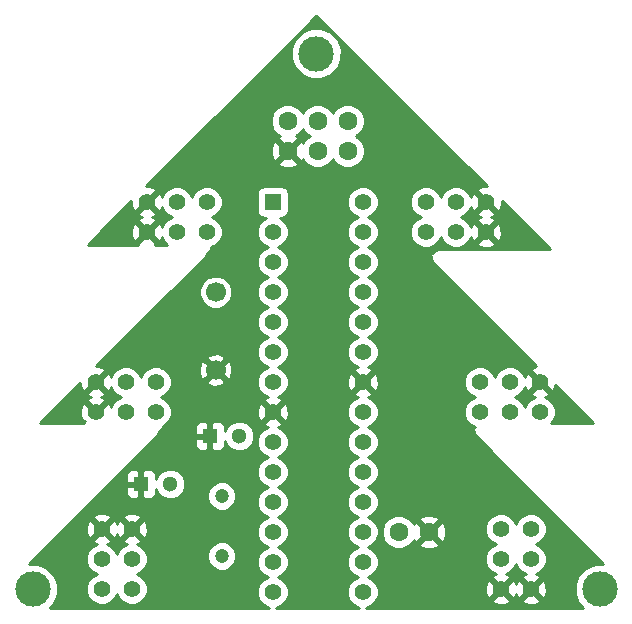
<source format=gbl>
G04 #@! TF.FileFunction,Copper,L2,Bot,Signal*
%FSLAX46Y46*%
G04 Gerber Fmt 4.6, Leading zero omitted, Abs format (unit mm)*
G04 Created by KiCad (PCBNEW 4.0.0-rc2-stable) date Sat 14 Nov 2015 14:56:29 GMT*
%MOMM*%
G01*
G04 APERTURE LIST*
%ADD10C,0.100000*%
%ADD11C,1.400000*%
%ADD12R,1.300000X1.300000*%
%ADD13C,1.300000*%
%ADD14C,1.600000*%
%ADD15C,1.200000*%
%ADD16C,1.397000*%
%ADD17R,1.397000X1.397000*%
%ADD18C,2.999740*%
%ADD19C,1.700000*%
%ADD20C,0.254000*%
G04 APERTURE END LIST*
D10*
D11*
X166624000Y-122301000D03*
X166624000Y-119761000D03*
X166624000Y-117221000D03*
X164084000Y-122301000D03*
X164084000Y-119761000D03*
X164084000Y-117221000D03*
D12*
X139446000Y-109347000D03*
D13*
X141946000Y-109347000D03*
D12*
X133604000Y-113411000D03*
D13*
X136104000Y-113411000D03*
D14*
X157988000Y-117475000D03*
X155448000Y-117475000D03*
D15*
X140462000Y-119507000D03*
X140462000Y-114427000D03*
D16*
X144780000Y-92075000D03*
X144780000Y-94615000D03*
X144780000Y-97155000D03*
X144780000Y-99695000D03*
X144780000Y-102235000D03*
X144780000Y-104775000D03*
X144780000Y-107315000D03*
X144780000Y-109855000D03*
X144780000Y-112395000D03*
X144780000Y-114935000D03*
X144780000Y-117475000D03*
X144780000Y-120015000D03*
X144780000Y-122555000D03*
D17*
X144780000Y-89535000D03*
D16*
X152400000Y-122555000D03*
X152400000Y-120015000D03*
X152400000Y-117475000D03*
X152400000Y-114935000D03*
X152400000Y-112395000D03*
X152400000Y-109855000D03*
X152400000Y-107315000D03*
X152400000Y-104775000D03*
X152400000Y-102235000D03*
X152400000Y-99695000D03*
X152400000Y-97155000D03*
X152400000Y-94615000D03*
X152400000Y-92075000D03*
X152400000Y-89535000D03*
D11*
X130302000Y-117221000D03*
X130302000Y-119761000D03*
X130302000Y-122301000D03*
X132842000Y-117221000D03*
X132842000Y-119761000D03*
X132842000Y-122301000D03*
X129794000Y-107315000D03*
X132334000Y-107315000D03*
X134874000Y-107315000D03*
X129794000Y-104775000D03*
X132334000Y-104775000D03*
X134874000Y-104775000D03*
X134112000Y-92075000D03*
X136652000Y-92075000D03*
X139192000Y-92075000D03*
X134112000Y-89535000D03*
X136652000Y-89535000D03*
X139192000Y-89535000D03*
X162814000Y-89535000D03*
X160274000Y-89535000D03*
X157734000Y-89535000D03*
X162814000Y-92075000D03*
X160274000Y-92075000D03*
X157734000Y-92075000D03*
X167386000Y-104775000D03*
X164846000Y-104775000D03*
X162306000Y-104775000D03*
X167386000Y-107315000D03*
X164846000Y-107315000D03*
X162306000Y-107315000D03*
D14*
X151130000Y-85217000D03*
X148590000Y-85217000D03*
X148590000Y-82677000D03*
X151130000Y-82677000D03*
X146050000Y-85217000D03*
X146050000Y-82677000D03*
D18*
X124460000Y-122301000D03*
X172466000Y-122301000D03*
X148463000Y-76962000D03*
D19*
X139954000Y-97155000D03*
X139954000Y-103759000D03*
D20*
G36*
X162882247Y-88194339D02*
X162476560Y-88216336D01*
X162120169Y-88363958D01*
X162058331Y-88599725D01*
X162814000Y-89355395D01*
X162828142Y-89341252D01*
X163007748Y-89520858D01*
X162993605Y-89535000D01*
X163749275Y-90290669D01*
X163985042Y-90228831D01*
X164161419Y-89727878D01*
X164146836Y-89458928D01*
X168211908Y-93524000D01*
X158877000Y-93524000D01*
X158605295Y-93578046D01*
X158374954Y-93731954D01*
X158294074Y-93853000D01*
X158242000Y-93853000D01*
X158192590Y-93863006D01*
X158150965Y-93891447D01*
X158123685Y-93933841D01*
X158115048Y-93983509D01*
X158126416Y-94032623D01*
X158152197Y-94069803D01*
X158191786Y-94109392D01*
X158167000Y-94234000D01*
X158221046Y-94505705D01*
X158374954Y-94736046D01*
X167092843Y-103453935D01*
X167048560Y-103456336D01*
X166692169Y-103603958D01*
X166630331Y-103839725D01*
X167386000Y-104595395D01*
X167400142Y-104581252D01*
X167579748Y-104760858D01*
X167565605Y-104775000D01*
X168321275Y-105530669D01*
X168557042Y-105468831D01*
X168700444Y-105061536D01*
X171894908Y-108256000D01*
X168332981Y-108256000D01*
X168517098Y-108072204D01*
X168720768Y-107581713D01*
X168721231Y-107050617D01*
X168518418Y-106559771D01*
X168143204Y-106183902D01*
X167824788Y-106051684D01*
X168079831Y-105946042D01*
X168141669Y-105710275D01*
X167386000Y-104954605D01*
X166630331Y-105710275D01*
X166692169Y-105946042D01*
X166968111Y-106043196D01*
X166630771Y-106182582D01*
X166254902Y-106557796D01*
X166115909Y-106892527D01*
X165978418Y-106559771D01*
X165603204Y-106183902D01*
X165268473Y-106044909D01*
X165601229Y-105907418D01*
X165977098Y-105532204D01*
X166109316Y-105213788D01*
X166214958Y-105468831D01*
X166450725Y-105530669D01*
X167206395Y-104775000D01*
X166450725Y-104019331D01*
X166214958Y-104081169D01*
X166117804Y-104357111D01*
X165978418Y-104019771D01*
X165603204Y-103643902D01*
X165112713Y-103440232D01*
X164581617Y-103439769D01*
X164090771Y-103642582D01*
X163714902Y-104017796D01*
X163575909Y-104352527D01*
X163438418Y-104019771D01*
X163063204Y-103643902D01*
X162572713Y-103440232D01*
X162041617Y-103439769D01*
X161550771Y-103642582D01*
X161174902Y-104017796D01*
X160971232Y-104508287D01*
X160970769Y-105039383D01*
X161173582Y-105530229D01*
X161548796Y-105906098D01*
X161883527Y-106045091D01*
X161550771Y-106182582D01*
X161174902Y-106557796D01*
X160971232Y-107048287D01*
X160970769Y-107579383D01*
X161173582Y-108070229D01*
X161548796Y-108446098D01*
X161883308Y-108585000D01*
X161798000Y-108585000D01*
X161748590Y-108595006D01*
X161706965Y-108623447D01*
X161679685Y-108665841D01*
X161671048Y-108715509D01*
X161682416Y-108764623D01*
X161708197Y-108801803D01*
X161853715Y-108947321D01*
X161850000Y-108966000D01*
X161904046Y-109237705D01*
X162057954Y-109468046D01*
X172756290Y-120166382D01*
X172043211Y-120165760D01*
X171258273Y-120490090D01*
X170657200Y-121090114D01*
X170331501Y-121874485D01*
X170330760Y-122723789D01*
X170655090Y-123508727D01*
X171022720Y-123877000D01*
X152692477Y-123877000D01*
X153154380Y-123686146D01*
X153529827Y-123311353D01*
X153561002Y-123236275D01*
X163328331Y-123236275D01*
X163390169Y-123472042D01*
X163891122Y-123648419D01*
X164421440Y-123619664D01*
X164777831Y-123472042D01*
X164839669Y-123236275D01*
X165868331Y-123236275D01*
X165930169Y-123472042D01*
X166431122Y-123648419D01*
X166961440Y-123619664D01*
X167317831Y-123472042D01*
X167379669Y-123236275D01*
X166624000Y-122480605D01*
X165868331Y-123236275D01*
X164839669Y-123236275D01*
X164084000Y-122480605D01*
X163328331Y-123236275D01*
X153561002Y-123236275D01*
X153733268Y-122821413D01*
X153733731Y-122290914D01*
X153658204Y-122108122D01*
X162736581Y-122108122D01*
X162765336Y-122638440D01*
X162912958Y-122994831D01*
X163148725Y-123056669D01*
X163904395Y-122301000D01*
X164263605Y-122301000D01*
X165019275Y-123056669D01*
X165255042Y-122994831D01*
X165345977Y-122736555D01*
X165452958Y-122994831D01*
X165688725Y-123056669D01*
X166444395Y-122301000D01*
X166803605Y-122301000D01*
X167559275Y-123056669D01*
X167795042Y-122994831D01*
X167971419Y-122493878D01*
X167942664Y-121963560D01*
X167795042Y-121607169D01*
X167559275Y-121545331D01*
X166803605Y-122301000D01*
X166444395Y-122301000D01*
X165688725Y-121545331D01*
X165452958Y-121607169D01*
X165362023Y-121865445D01*
X165255042Y-121607169D01*
X165019275Y-121545331D01*
X164263605Y-122301000D01*
X163904395Y-122301000D01*
X163148725Y-121545331D01*
X162912958Y-121607169D01*
X162736581Y-122108122D01*
X153658204Y-122108122D01*
X153531146Y-121800620D01*
X153156353Y-121425173D01*
X152818554Y-121284906D01*
X153154380Y-121146146D01*
X153529827Y-120771353D01*
X153733268Y-120281413D01*
X153733731Y-119750914D01*
X153531146Y-119260620D01*
X153156353Y-118885173D01*
X152818554Y-118744906D01*
X153154380Y-118606146D01*
X153529827Y-118231353D01*
X153725887Y-117759187D01*
X154012752Y-117759187D01*
X154230757Y-118286800D01*
X154634077Y-118690824D01*
X155161309Y-118909750D01*
X155732187Y-118910248D01*
X156259800Y-118692243D01*
X156469663Y-118482745D01*
X157159861Y-118482745D01*
X157233995Y-118728864D01*
X157771223Y-118921965D01*
X158341454Y-118894778D01*
X158742005Y-118728864D01*
X158816139Y-118482745D01*
X157988000Y-117654605D01*
X157159861Y-118482745D01*
X156469663Y-118482745D01*
X156663824Y-118288923D01*
X156711448Y-118174232D01*
X156734136Y-118229005D01*
X156980255Y-118303139D01*
X157808395Y-117475000D01*
X158167605Y-117475000D01*
X158995745Y-118303139D01*
X159241864Y-118229005D01*
X159434965Y-117691777D01*
X159425125Y-117485383D01*
X162748769Y-117485383D01*
X162951582Y-117976229D01*
X163326796Y-118352098D01*
X163661527Y-118491091D01*
X163328771Y-118628582D01*
X162952902Y-119003796D01*
X162749232Y-119494287D01*
X162748769Y-120025383D01*
X162951582Y-120516229D01*
X163326796Y-120892098D01*
X163645212Y-121024316D01*
X163390169Y-121129958D01*
X163328331Y-121365725D01*
X164084000Y-122121395D01*
X164839669Y-121365725D01*
X164777831Y-121129958D01*
X164501889Y-121032804D01*
X164839229Y-120893418D01*
X165215098Y-120518204D01*
X165354091Y-120183473D01*
X165491582Y-120516229D01*
X165866796Y-120892098D01*
X166185212Y-121024316D01*
X165930169Y-121129958D01*
X165868331Y-121365725D01*
X166624000Y-122121395D01*
X167379669Y-121365725D01*
X167317831Y-121129958D01*
X167041889Y-121032804D01*
X167379229Y-120893418D01*
X167755098Y-120518204D01*
X167958768Y-120027713D01*
X167959231Y-119496617D01*
X167756418Y-119005771D01*
X167381204Y-118629902D01*
X167046473Y-118490909D01*
X167379229Y-118353418D01*
X167755098Y-117978204D01*
X167958768Y-117487713D01*
X167959231Y-116956617D01*
X167756418Y-116465771D01*
X167381204Y-116089902D01*
X166890713Y-115886232D01*
X166359617Y-115885769D01*
X165868771Y-116088582D01*
X165492902Y-116463796D01*
X165353909Y-116798527D01*
X165216418Y-116465771D01*
X164841204Y-116089902D01*
X164350713Y-115886232D01*
X163819617Y-115885769D01*
X163328771Y-116088582D01*
X162952902Y-116463796D01*
X162749232Y-116954287D01*
X162748769Y-117485383D01*
X159425125Y-117485383D01*
X159407778Y-117121546D01*
X159241864Y-116720995D01*
X158995745Y-116646861D01*
X158167605Y-117475000D01*
X157808395Y-117475000D01*
X156980255Y-116646861D01*
X156734136Y-116720995D01*
X156713195Y-116779254D01*
X156665243Y-116663200D01*
X156469640Y-116467255D01*
X157159861Y-116467255D01*
X157988000Y-117295395D01*
X158816139Y-116467255D01*
X158742005Y-116221136D01*
X158204777Y-116028035D01*
X157634546Y-116055222D01*
X157233995Y-116221136D01*
X157159861Y-116467255D01*
X156469640Y-116467255D01*
X156261923Y-116259176D01*
X155734691Y-116040250D01*
X155163813Y-116039752D01*
X154636200Y-116257757D01*
X154232176Y-116661077D01*
X154013250Y-117188309D01*
X154012752Y-117759187D01*
X153725887Y-117759187D01*
X153733268Y-117741413D01*
X153733731Y-117210914D01*
X153531146Y-116720620D01*
X153156353Y-116345173D01*
X152818554Y-116204906D01*
X153154380Y-116066146D01*
X153529827Y-115691353D01*
X153733268Y-115201413D01*
X153733731Y-114670914D01*
X153531146Y-114180620D01*
X153156353Y-113805173D01*
X152818554Y-113664906D01*
X153154380Y-113526146D01*
X153529827Y-113151353D01*
X153733268Y-112661413D01*
X153733731Y-112130914D01*
X153531146Y-111640620D01*
X153156353Y-111265173D01*
X152818554Y-111124906D01*
X153154380Y-110986146D01*
X153529827Y-110611353D01*
X153733268Y-110121413D01*
X153733731Y-109590914D01*
X153531146Y-109100620D01*
X153156353Y-108725173D01*
X152818554Y-108584906D01*
X153154380Y-108446146D01*
X153529827Y-108071353D01*
X153733268Y-107581413D01*
X153733731Y-107050914D01*
X153531146Y-106560620D01*
X153156353Y-106185173D01*
X152834882Y-106051686D01*
X153092929Y-105944800D01*
X153154583Y-105709188D01*
X152400000Y-104954605D01*
X151645417Y-105709188D01*
X151707071Y-105944800D01*
X151986312Y-106043083D01*
X151645620Y-106183854D01*
X151270173Y-106558647D01*
X151066732Y-107048587D01*
X151066269Y-107579086D01*
X151268854Y-108069380D01*
X151643647Y-108444827D01*
X151981446Y-108585094D01*
X151645620Y-108723854D01*
X151270173Y-109098647D01*
X151066732Y-109588587D01*
X151066269Y-110119086D01*
X151268854Y-110609380D01*
X151643647Y-110984827D01*
X151981446Y-111125094D01*
X151645620Y-111263854D01*
X151270173Y-111638647D01*
X151066732Y-112128587D01*
X151066269Y-112659086D01*
X151268854Y-113149380D01*
X151643647Y-113524827D01*
X151981446Y-113665094D01*
X151645620Y-113803854D01*
X151270173Y-114178647D01*
X151066732Y-114668587D01*
X151066269Y-115199086D01*
X151268854Y-115689380D01*
X151643647Y-116064827D01*
X151981446Y-116205094D01*
X151645620Y-116343854D01*
X151270173Y-116718647D01*
X151066732Y-117208587D01*
X151066269Y-117739086D01*
X151268854Y-118229380D01*
X151643647Y-118604827D01*
X151981446Y-118745094D01*
X151645620Y-118883854D01*
X151270173Y-119258647D01*
X151066732Y-119748587D01*
X151066269Y-120279086D01*
X151268854Y-120769380D01*
X151643647Y-121144827D01*
X151981446Y-121285094D01*
X151645620Y-121423854D01*
X151270173Y-121798647D01*
X151066732Y-122288587D01*
X151066269Y-122819086D01*
X151268854Y-123309380D01*
X151643647Y-123684827D01*
X152106451Y-123877000D01*
X145072477Y-123877000D01*
X145534380Y-123686146D01*
X145909827Y-123311353D01*
X146113268Y-122821413D01*
X146113731Y-122290914D01*
X145911146Y-121800620D01*
X145536353Y-121425173D01*
X145198554Y-121284906D01*
X145534380Y-121146146D01*
X145909827Y-120771353D01*
X146113268Y-120281413D01*
X146113731Y-119750914D01*
X145911146Y-119260620D01*
X145536353Y-118885173D01*
X145198554Y-118744906D01*
X145534380Y-118606146D01*
X145909827Y-118231353D01*
X146113268Y-117741413D01*
X146113731Y-117210914D01*
X145911146Y-116720620D01*
X145536353Y-116345173D01*
X145198554Y-116204906D01*
X145534380Y-116066146D01*
X145909827Y-115691353D01*
X146113268Y-115201413D01*
X146113731Y-114670914D01*
X145911146Y-114180620D01*
X145536353Y-113805173D01*
X145198554Y-113664906D01*
X145534380Y-113526146D01*
X145909827Y-113151353D01*
X146113268Y-112661413D01*
X146113731Y-112130914D01*
X145911146Y-111640620D01*
X145536353Y-111265173D01*
X145198554Y-111124906D01*
X145534380Y-110986146D01*
X145909827Y-110611353D01*
X146113268Y-110121413D01*
X146113731Y-109590914D01*
X145911146Y-109100620D01*
X145536353Y-108725173D01*
X145214882Y-108591686D01*
X145472929Y-108484800D01*
X145534583Y-108249188D01*
X144780000Y-107494605D01*
X144025417Y-108249188D01*
X144087071Y-108484800D01*
X144366312Y-108583083D01*
X144025620Y-108723854D01*
X143650173Y-109098647D01*
X143446732Y-109588587D01*
X143446269Y-110119086D01*
X143648854Y-110609380D01*
X144023647Y-110984827D01*
X144361446Y-111125094D01*
X144025620Y-111263854D01*
X143650173Y-111638647D01*
X143446732Y-112128587D01*
X143446269Y-112659086D01*
X143648854Y-113149380D01*
X144023647Y-113524827D01*
X144361446Y-113665094D01*
X144025620Y-113803854D01*
X143650173Y-114178647D01*
X143446732Y-114668587D01*
X143446269Y-115199086D01*
X143648854Y-115689380D01*
X144023647Y-116064827D01*
X144361446Y-116205094D01*
X144025620Y-116343854D01*
X143650173Y-116718647D01*
X143446732Y-117208587D01*
X143446269Y-117739086D01*
X143648854Y-118229380D01*
X144023647Y-118604827D01*
X144361446Y-118745094D01*
X144025620Y-118883854D01*
X143650173Y-119258647D01*
X143446732Y-119748587D01*
X143446269Y-120279086D01*
X143648854Y-120769380D01*
X144023647Y-121144827D01*
X144361446Y-121285094D01*
X144025620Y-121423854D01*
X143650173Y-121798647D01*
X143446732Y-122288587D01*
X143446269Y-122819086D01*
X143648854Y-123309380D01*
X144023647Y-123684827D01*
X144486451Y-123877000D01*
X125903048Y-123877000D01*
X126268800Y-123511886D01*
X126594499Y-122727515D01*
X126595240Y-121878211D01*
X126270910Y-121093273D01*
X125670886Y-120492200D01*
X124886515Y-120166501D01*
X124170216Y-120165876D01*
X124310709Y-120025383D01*
X128966769Y-120025383D01*
X129169582Y-120516229D01*
X129544796Y-120892098D01*
X129879527Y-121031091D01*
X129546771Y-121168582D01*
X129170902Y-121543796D01*
X128967232Y-122034287D01*
X128966769Y-122565383D01*
X129169582Y-123056229D01*
X129544796Y-123432098D01*
X130035287Y-123635768D01*
X130566383Y-123636231D01*
X131057229Y-123433418D01*
X131433098Y-123058204D01*
X131572091Y-122723473D01*
X131709582Y-123056229D01*
X132084796Y-123432098D01*
X132575287Y-123635768D01*
X133106383Y-123636231D01*
X133597229Y-123433418D01*
X133973098Y-123058204D01*
X134176768Y-122567713D01*
X134177231Y-122036617D01*
X133974418Y-121545771D01*
X133599204Y-121169902D01*
X133264473Y-121030909D01*
X133597229Y-120893418D01*
X133973098Y-120518204D01*
X134176768Y-120027713D01*
X134177008Y-119751579D01*
X139226786Y-119751579D01*
X139414408Y-120205657D01*
X139761515Y-120553371D01*
X140215266Y-120741785D01*
X140706579Y-120742214D01*
X141160657Y-120554592D01*
X141508371Y-120207485D01*
X141696785Y-119753734D01*
X141697214Y-119262421D01*
X141509592Y-118808343D01*
X141162485Y-118460629D01*
X140708734Y-118272215D01*
X140217421Y-118271786D01*
X139763343Y-118459408D01*
X139415629Y-118806515D01*
X139227215Y-119260266D01*
X139226786Y-119751579D01*
X134177008Y-119751579D01*
X134177231Y-119496617D01*
X133974418Y-119005771D01*
X133599204Y-118629902D01*
X133280788Y-118497684D01*
X133535831Y-118392042D01*
X133597669Y-118156275D01*
X132842000Y-117400605D01*
X132086331Y-118156275D01*
X132148169Y-118392042D01*
X132424111Y-118489196D01*
X132086771Y-118628582D01*
X131710902Y-119003796D01*
X131571909Y-119338527D01*
X131434418Y-119005771D01*
X131059204Y-118629902D01*
X130740788Y-118497684D01*
X130995831Y-118392042D01*
X131057669Y-118156275D01*
X130302000Y-117400605D01*
X129546331Y-118156275D01*
X129608169Y-118392042D01*
X129884111Y-118489196D01*
X129546771Y-118628582D01*
X129170902Y-119003796D01*
X128967232Y-119494287D01*
X128966769Y-120025383D01*
X124310709Y-120025383D01*
X127307970Y-117028122D01*
X128954581Y-117028122D01*
X128983336Y-117558440D01*
X129130958Y-117914831D01*
X129366725Y-117976669D01*
X130122395Y-117221000D01*
X130481605Y-117221000D01*
X131237275Y-117976669D01*
X131473042Y-117914831D01*
X131563977Y-117656555D01*
X131670958Y-117914831D01*
X131906725Y-117976669D01*
X132662395Y-117221000D01*
X133021605Y-117221000D01*
X133777275Y-117976669D01*
X134013042Y-117914831D01*
X134189419Y-117413878D01*
X134160664Y-116883560D01*
X134013042Y-116527169D01*
X133777275Y-116465331D01*
X133021605Y-117221000D01*
X132662395Y-117221000D01*
X131906725Y-116465331D01*
X131670958Y-116527169D01*
X131580023Y-116785445D01*
X131473042Y-116527169D01*
X131237275Y-116465331D01*
X130481605Y-117221000D01*
X130122395Y-117221000D01*
X129366725Y-116465331D01*
X129130958Y-116527169D01*
X128954581Y-117028122D01*
X127307970Y-117028122D01*
X128050367Y-116285725D01*
X129546331Y-116285725D01*
X130302000Y-117041395D01*
X131057669Y-116285725D01*
X132086331Y-116285725D01*
X132842000Y-117041395D01*
X133597669Y-116285725D01*
X133535831Y-116049958D01*
X133034878Y-115873581D01*
X132504560Y-115902336D01*
X132148169Y-116049958D01*
X132086331Y-116285725D01*
X131057669Y-116285725D01*
X130995831Y-116049958D01*
X130494878Y-115873581D01*
X129964560Y-115902336D01*
X129608169Y-116049958D01*
X129546331Y-116285725D01*
X128050367Y-116285725D01*
X130639342Y-113696750D01*
X132319000Y-113696750D01*
X132319000Y-114187310D01*
X132415673Y-114420699D01*
X132594302Y-114599327D01*
X132827691Y-114696000D01*
X133318250Y-114696000D01*
X133477000Y-114537250D01*
X133477000Y-113538000D01*
X132477750Y-113538000D01*
X132319000Y-113696750D01*
X130639342Y-113696750D01*
X131701402Y-112634690D01*
X132319000Y-112634690D01*
X132319000Y-113125250D01*
X132477750Y-113284000D01*
X133477000Y-113284000D01*
X133477000Y-112284750D01*
X133731000Y-112284750D01*
X133731000Y-113284000D01*
X133751000Y-113284000D01*
X133751000Y-113538000D01*
X133731000Y-113538000D01*
X133731000Y-114537250D01*
X133889750Y-114696000D01*
X134380309Y-114696000D01*
X134613698Y-114599327D01*
X134792327Y-114420699D01*
X134889000Y-114187310D01*
X134889000Y-113835433D01*
X135013995Y-114137943D01*
X135375155Y-114499735D01*
X135847276Y-114695777D01*
X136358481Y-114696223D01*
X136418123Y-114671579D01*
X139226786Y-114671579D01*
X139414408Y-115125657D01*
X139761515Y-115473371D01*
X140215266Y-115661785D01*
X140706579Y-115662214D01*
X141160657Y-115474592D01*
X141508371Y-115127485D01*
X141696785Y-114673734D01*
X141697214Y-114182421D01*
X141509592Y-113728343D01*
X141162485Y-113380629D01*
X140708734Y-113192215D01*
X140217421Y-113191786D01*
X139763343Y-113379408D01*
X139415629Y-113726515D01*
X139227215Y-114180266D01*
X139226786Y-114671579D01*
X136418123Y-114671579D01*
X136830943Y-114501005D01*
X137192735Y-114139845D01*
X137388777Y-113667724D01*
X137389223Y-113156519D01*
X137194005Y-112684057D01*
X136832845Y-112322265D01*
X136360724Y-112126223D01*
X135849519Y-112125777D01*
X135377057Y-112320995D01*
X135015265Y-112682155D01*
X134889000Y-112986235D01*
X134889000Y-112634690D01*
X134792327Y-112401301D01*
X134613698Y-112222673D01*
X134380309Y-112126000D01*
X133889750Y-112126000D01*
X133731000Y-112284750D01*
X133477000Y-112284750D01*
X133318250Y-112126000D01*
X132827691Y-112126000D01*
X132594302Y-112222673D01*
X132415673Y-112401301D01*
X132319000Y-112634690D01*
X131701402Y-112634690D01*
X134703342Y-109632750D01*
X138161000Y-109632750D01*
X138161000Y-110123310D01*
X138257673Y-110356699D01*
X138436302Y-110535327D01*
X138669691Y-110632000D01*
X139160250Y-110632000D01*
X139319000Y-110473250D01*
X139319000Y-109474000D01*
X138319750Y-109474000D01*
X138161000Y-109632750D01*
X134703342Y-109632750D01*
X134868046Y-109468046D01*
X135021954Y-109237705D01*
X135050026Y-109096580D01*
X135471803Y-108674803D01*
X135499666Y-108632789D01*
X135508988Y-108583246D01*
X135506265Y-108570690D01*
X138161000Y-108570690D01*
X138161000Y-109061250D01*
X138319750Y-109220000D01*
X139319000Y-109220000D01*
X139319000Y-108220750D01*
X139573000Y-108220750D01*
X139573000Y-109220000D01*
X139593000Y-109220000D01*
X139593000Y-109474000D01*
X139573000Y-109474000D01*
X139573000Y-110473250D01*
X139731750Y-110632000D01*
X140222309Y-110632000D01*
X140455698Y-110535327D01*
X140634327Y-110356699D01*
X140731000Y-110123310D01*
X140731000Y-109771433D01*
X140855995Y-110073943D01*
X141217155Y-110435735D01*
X141689276Y-110631777D01*
X142200481Y-110632223D01*
X142672943Y-110437005D01*
X143034735Y-110075845D01*
X143230777Y-109603724D01*
X143231223Y-109092519D01*
X143036005Y-108620057D01*
X142674845Y-108258265D01*
X142202724Y-108062223D01*
X141691519Y-108061777D01*
X141219057Y-108256995D01*
X140857265Y-108618155D01*
X140731000Y-108922235D01*
X140731000Y-108570690D01*
X140634327Y-108337301D01*
X140455698Y-108158673D01*
X140222309Y-108062000D01*
X139731750Y-108062000D01*
X139573000Y-108220750D01*
X139319000Y-108220750D01*
X139160250Y-108062000D01*
X138669691Y-108062000D01*
X138436302Y-108158673D01*
X138257673Y-108337301D01*
X138161000Y-108570690D01*
X135506265Y-108570690D01*
X135498300Y-108533978D01*
X135480602Y-108508829D01*
X135629229Y-108447418D01*
X136005098Y-108072204D01*
X136208768Y-107581713D01*
X136209168Y-107122480D01*
X143434073Y-107122480D01*
X143462852Y-107652199D01*
X143610200Y-108007929D01*
X143845812Y-108069583D01*
X144600395Y-107315000D01*
X144959605Y-107315000D01*
X145714188Y-108069583D01*
X145949800Y-108007929D01*
X146125927Y-107507520D01*
X146097148Y-106977801D01*
X145949800Y-106622071D01*
X145714188Y-106560417D01*
X144959605Y-107315000D01*
X144600395Y-107315000D01*
X143845812Y-106560417D01*
X143610200Y-106622071D01*
X143434073Y-107122480D01*
X136209168Y-107122480D01*
X136209231Y-107050617D01*
X136006418Y-106559771D01*
X135631204Y-106183902D01*
X135296473Y-106044909D01*
X135629229Y-105907418D01*
X136005098Y-105532204D01*
X136208768Y-105041713D01*
X136209031Y-104739213D01*
X139153392Y-104739213D01*
X139222857Y-104981397D01*
X139746302Y-105168144D01*
X140301368Y-105140362D01*
X140685143Y-104981397D01*
X140754608Y-104739213D01*
X139954000Y-103938605D01*
X139153392Y-104739213D01*
X136209031Y-104739213D01*
X136209231Y-104510617D01*
X136006418Y-104019771D01*
X135631204Y-103643902D01*
X135408199Y-103551302D01*
X138544856Y-103551302D01*
X138572638Y-104106368D01*
X138731603Y-104490143D01*
X138973787Y-104559608D01*
X139774395Y-103759000D01*
X140133605Y-103759000D01*
X140934213Y-104559608D01*
X141176397Y-104490143D01*
X141363144Y-103966698D01*
X141335362Y-103411632D01*
X141176397Y-103027857D01*
X140934213Y-102958392D01*
X140133605Y-103759000D01*
X139774395Y-103759000D01*
X138973787Y-102958392D01*
X138731603Y-103027857D01*
X138544856Y-103551302D01*
X135408199Y-103551302D01*
X135140713Y-103440232D01*
X134609617Y-103439769D01*
X134118771Y-103642582D01*
X133742902Y-104017796D01*
X133603909Y-104352527D01*
X133466418Y-104019771D01*
X133091204Y-103643902D01*
X132600713Y-103440232D01*
X132069617Y-103439769D01*
X131578771Y-103642582D01*
X131202902Y-104017796D01*
X131070684Y-104336212D01*
X130965042Y-104081169D01*
X130729275Y-104019331D01*
X129973605Y-104775000D01*
X130729275Y-105530669D01*
X130965042Y-105468831D01*
X131062196Y-105192889D01*
X131201582Y-105530229D01*
X131576796Y-105906098D01*
X131911527Y-106045091D01*
X131578771Y-106182582D01*
X131202902Y-106557796D01*
X131070684Y-106876212D01*
X130965042Y-106621169D01*
X130729275Y-106559331D01*
X129973605Y-107315000D01*
X129987748Y-107329142D01*
X129808142Y-107508748D01*
X129794000Y-107494605D01*
X129779858Y-107508748D01*
X129600252Y-107329142D01*
X129614395Y-107315000D01*
X128858725Y-106559331D01*
X128622958Y-106621169D01*
X128446581Y-107122122D01*
X128475336Y-107652440D01*
X128622958Y-108008831D01*
X128858723Y-108070669D01*
X128743474Y-108185918D01*
X128813556Y-108256000D01*
X125031092Y-108256000D01*
X127576817Y-105710275D01*
X129038331Y-105710275D01*
X129100169Y-105946042D01*
X129358445Y-106036977D01*
X129100169Y-106143958D01*
X129038331Y-106379725D01*
X129794000Y-107135395D01*
X130549669Y-106379725D01*
X130487831Y-106143958D01*
X130229555Y-106053023D01*
X130487831Y-105946042D01*
X130549669Y-105710275D01*
X129794000Y-104954605D01*
X129038331Y-105710275D01*
X127576817Y-105710275D01*
X128459871Y-104827221D01*
X128475336Y-105112440D01*
X128622958Y-105468831D01*
X128858725Y-105530669D01*
X129614395Y-104775000D01*
X129600252Y-104760858D01*
X129779858Y-104581252D01*
X129794000Y-104595395D01*
X130549669Y-103839725D01*
X130487831Y-103603958D01*
X129986878Y-103427581D01*
X129852209Y-103434883D01*
X130508305Y-102778787D01*
X139153392Y-102778787D01*
X139954000Y-103579395D01*
X140754608Y-102778787D01*
X140685143Y-102536603D01*
X140161698Y-102349856D01*
X139606632Y-102377638D01*
X139222857Y-102536603D01*
X139153392Y-102778787D01*
X130508305Y-102778787D01*
X135855431Y-97431661D01*
X138556758Y-97431661D01*
X138768990Y-97945303D01*
X139161630Y-98338629D01*
X139674900Y-98551757D01*
X140230661Y-98552242D01*
X140744303Y-98340010D01*
X141137629Y-97947370D01*
X141350757Y-97434100D01*
X141351242Y-96878339D01*
X141139010Y-96364697D01*
X140746370Y-95971371D01*
X140233100Y-95758243D01*
X139677339Y-95757758D01*
X139163697Y-95969990D01*
X138770371Y-96362630D01*
X138557243Y-96875900D01*
X138556758Y-97431661D01*
X135855431Y-97431661D01*
X138932046Y-94355046D01*
X139085954Y-94124705D01*
X139114897Y-93979203D01*
X139535426Y-93562178D01*
X139563465Y-93520281D01*
X139572994Y-93470777D01*
X139562513Y-93421465D01*
X139533673Y-93380117D01*
X139531927Y-93379017D01*
X139947229Y-93207418D01*
X140323098Y-92832204D01*
X140526768Y-92341713D01*
X140527231Y-91810617D01*
X140324418Y-91319771D01*
X139949204Y-90943902D01*
X139614473Y-90804909D01*
X139947229Y-90667418D01*
X140323098Y-90292204D01*
X140526768Y-89801713D01*
X140527231Y-89270617D01*
X140347858Y-88836500D01*
X143434060Y-88836500D01*
X143434060Y-90233500D01*
X143478338Y-90468817D01*
X143617410Y-90684941D01*
X143829610Y-90829931D01*
X144081500Y-90880940D01*
X144177884Y-90880940D01*
X144025620Y-90943854D01*
X143650173Y-91318647D01*
X143446732Y-91808587D01*
X143446269Y-92339086D01*
X143648854Y-92829380D01*
X144023647Y-93204827D01*
X144361446Y-93345094D01*
X144025620Y-93483854D01*
X143650173Y-93858647D01*
X143446732Y-94348587D01*
X143446269Y-94879086D01*
X143648854Y-95369380D01*
X144023647Y-95744827D01*
X144361446Y-95885094D01*
X144025620Y-96023854D01*
X143650173Y-96398647D01*
X143446732Y-96888587D01*
X143446269Y-97419086D01*
X143648854Y-97909380D01*
X144023647Y-98284827D01*
X144361446Y-98425094D01*
X144025620Y-98563854D01*
X143650173Y-98938647D01*
X143446732Y-99428587D01*
X143446269Y-99959086D01*
X143648854Y-100449380D01*
X144023647Y-100824827D01*
X144361446Y-100965094D01*
X144025620Y-101103854D01*
X143650173Y-101478647D01*
X143446732Y-101968587D01*
X143446269Y-102499086D01*
X143648854Y-102989380D01*
X144023647Y-103364827D01*
X144361446Y-103505094D01*
X144025620Y-103643854D01*
X143650173Y-104018647D01*
X143446732Y-104508587D01*
X143446269Y-105039086D01*
X143648854Y-105529380D01*
X144023647Y-105904827D01*
X144345118Y-106038314D01*
X144087071Y-106145200D01*
X144025417Y-106380812D01*
X144780000Y-107135395D01*
X145534583Y-106380812D01*
X145472929Y-106145200D01*
X145193688Y-106046917D01*
X145534380Y-105906146D01*
X145909827Y-105531353D01*
X146113268Y-105041413D01*
X146113668Y-104582480D01*
X151054073Y-104582480D01*
X151082852Y-105112199D01*
X151230200Y-105467929D01*
X151465812Y-105529583D01*
X152220395Y-104775000D01*
X152579605Y-104775000D01*
X153334188Y-105529583D01*
X153569800Y-105467929D01*
X153745927Y-104967520D01*
X153717148Y-104437801D01*
X153569800Y-104082071D01*
X153334188Y-104020417D01*
X152579605Y-104775000D01*
X152220395Y-104775000D01*
X151465812Y-104020417D01*
X151230200Y-104082071D01*
X151054073Y-104582480D01*
X146113668Y-104582480D01*
X146113731Y-104510914D01*
X145911146Y-104020620D01*
X145536353Y-103645173D01*
X145198554Y-103504906D01*
X145534380Y-103366146D01*
X145909827Y-102991353D01*
X146113268Y-102501413D01*
X146113731Y-101970914D01*
X145911146Y-101480620D01*
X145536353Y-101105173D01*
X145198554Y-100964906D01*
X145534380Y-100826146D01*
X145909827Y-100451353D01*
X146113268Y-99961413D01*
X146113731Y-99430914D01*
X145911146Y-98940620D01*
X145536353Y-98565173D01*
X145198554Y-98424906D01*
X145534380Y-98286146D01*
X145909827Y-97911353D01*
X146113268Y-97421413D01*
X146113731Y-96890914D01*
X145911146Y-96400620D01*
X145536353Y-96025173D01*
X145198554Y-95884906D01*
X145534380Y-95746146D01*
X145909827Y-95371353D01*
X146113268Y-94881413D01*
X146113731Y-94350914D01*
X145911146Y-93860620D01*
X145536353Y-93485173D01*
X145198554Y-93344906D01*
X145534380Y-93206146D01*
X145909827Y-92831353D01*
X146113268Y-92341413D01*
X146113731Y-91810914D01*
X145911146Y-91320620D01*
X145536353Y-90945173D01*
X145381663Y-90880940D01*
X145478500Y-90880940D01*
X145713817Y-90836662D01*
X145929941Y-90697590D01*
X146074931Y-90485390D01*
X146125940Y-90233500D01*
X146125940Y-89799086D01*
X151066269Y-89799086D01*
X151268854Y-90289380D01*
X151643647Y-90664827D01*
X151981446Y-90805094D01*
X151645620Y-90943854D01*
X151270173Y-91318647D01*
X151066732Y-91808587D01*
X151066269Y-92339086D01*
X151268854Y-92829380D01*
X151643647Y-93204827D01*
X151981446Y-93345094D01*
X151645620Y-93483854D01*
X151270173Y-93858647D01*
X151066732Y-94348587D01*
X151066269Y-94879086D01*
X151268854Y-95369380D01*
X151643647Y-95744827D01*
X151981446Y-95885094D01*
X151645620Y-96023854D01*
X151270173Y-96398647D01*
X151066732Y-96888587D01*
X151066269Y-97419086D01*
X151268854Y-97909380D01*
X151643647Y-98284827D01*
X151981446Y-98425094D01*
X151645620Y-98563854D01*
X151270173Y-98938647D01*
X151066732Y-99428587D01*
X151066269Y-99959086D01*
X151268854Y-100449380D01*
X151643647Y-100824827D01*
X151981446Y-100965094D01*
X151645620Y-101103854D01*
X151270173Y-101478647D01*
X151066732Y-101968587D01*
X151066269Y-102499086D01*
X151268854Y-102989380D01*
X151643647Y-103364827D01*
X151965118Y-103498314D01*
X151707071Y-103605200D01*
X151645417Y-103840812D01*
X152400000Y-104595395D01*
X153154583Y-103840812D01*
X153092929Y-103605200D01*
X152813688Y-103506917D01*
X153154380Y-103366146D01*
X153529827Y-102991353D01*
X153733268Y-102501413D01*
X153733731Y-101970914D01*
X153531146Y-101480620D01*
X153156353Y-101105173D01*
X152818554Y-100964906D01*
X153154380Y-100826146D01*
X153529827Y-100451353D01*
X153733268Y-99961413D01*
X153733731Y-99430914D01*
X153531146Y-98940620D01*
X153156353Y-98565173D01*
X152818554Y-98424906D01*
X153154380Y-98286146D01*
X153529827Y-97911353D01*
X153733268Y-97421413D01*
X153733731Y-96890914D01*
X153531146Y-96400620D01*
X153156353Y-96025173D01*
X152818554Y-95884906D01*
X153154380Y-95746146D01*
X153529827Y-95371353D01*
X153733268Y-94881413D01*
X153733731Y-94350914D01*
X153531146Y-93860620D01*
X153156353Y-93485173D01*
X152818554Y-93344906D01*
X153154380Y-93206146D01*
X153529827Y-92831353D01*
X153733268Y-92341413D01*
X153733731Y-91810914D01*
X153531146Y-91320620D01*
X153156353Y-90945173D01*
X152818554Y-90804906D01*
X153154380Y-90666146D01*
X153529827Y-90291353D01*
X153733268Y-89801413D01*
X153733269Y-89799383D01*
X156398769Y-89799383D01*
X156601582Y-90290229D01*
X156976796Y-90666098D01*
X157311527Y-90805091D01*
X156978771Y-90942582D01*
X156602902Y-91317796D01*
X156399232Y-91808287D01*
X156398769Y-92339383D01*
X156601582Y-92830229D01*
X156976796Y-93206098D01*
X157467287Y-93409768D01*
X157998383Y-93410231D01*
X158489229Y-93207418D01*
X158865098Y-92832204D01*
X159004091Y-92497473D01*
X159141582Y-92830229D01*
X159516796Y-93206098D01*
X160007287Y-93409768D01*
X160538383Y-93410231D01*
X161029229Y-93207418D01*
X161226716Y-93010275D01*
X162058331Y-93010275D01*
X162120169Y-93246042D01*
X162621122Y-93422419D01*
X163151440Y-93393664D01*
X163507831Y-93246042D01*
X163569669Y-93010275D01*
X162814000Y-92254605D01*
X162058331Y-93010275D01*
X161226716Y-93010275D01*
X161405098Y-92832204D01*
X161537316Y-92513788D01*
X161642958Y-92768831D01*
X161878725Y-92830669D01*
X162634395Y-92075000D01*
X162993605Y-92075000D01*
X163749275Y-92830669D01*
X163985042Y-92768831D01*
X164161419Y-92267878D01*
X164132664Y-91737560D01*
X163985042Y-91381169D01*
X163749275Y-91319331D01*
X162993605Y-92075000D01*
X162634395Y-92075000D01*
X161878725Y-91319331D01*
X161642958Y-91381169D01*
X161545804Y-91657111D01*
X161406418Y-91319771D01*
X161031204Y-90943902D01*
X160696473Y-90804909D01*
X161029229Y-90667418D01*
X161226716Y-90470275D01*
X162058331Y-90470275D01*
X162120169Y-90706042D01*
X162378445Y-90796977D01*
X162120169Y-90903958D01*
X162058331Y-91139725D01*
X162814000Y-91895395D01*
X163569669Y-91139725D01*
X163507831Y-90903958D01*
X163249555Y-90813023D01*
X163507831Y-90706042D01*
X163569669Y-90470275D01*
X162814000Y-89714605D01*
X162058331Y-90470275D01*
X161226716Y-90470275D01*
X161405098Y-90292204D01*
X161537316Y-89973788D01*
X161642958Y-90228831D01*
X161878725Y-90290669D01*
X162634395Y-89535000D01*
X161878725Y-88779331D01*
X161642958Y-88841169D01*
X161545804Y-89117111D01*
X161406418Y-88779771D01*
X161031204Y-88403902D01*
X160540713Y-88200232D01*
X160009617Y-88199769D01*
X159518771Y-88402582D01*
X159142902Y-88777796D01*
X159003909Y-89112527D01*
X158866418Y-88779771D01*
X158491204Y-88403902D01*
X158000713Y-88200232D01*
X157469617Y-88199769D01*
X156978771Y-88402582D01*
X156602902Y-88777796D01*
X156399232Y-89268287D01*
X156398769Y-89799383D01*
X153733269Y-89799383D01*
X153733731Y-89270914D01*
X153531146Y-88780620D01*
X153156353Y-88405173D01*
X152666413Y-88201732D01*
X152135914Y-88201269D01*
X151645620Y-88403854D01*
X151270173Y-88778647D01*
X151066732Y-89268587D01*
X151066269Y-89799086D01*
X146125940Y-89799086D01*
X146125940Y-88836500D01*
X146081662Y-88601183D01*
X145942590Y-88385059D01*
X145730390Y-88240069D01*
X145478500Y-88189060D01*
X144081500Y-88189060D01*
X143846183Y-88233338D01*
X143630059Y-88372410D01*
X143485069Y-88584610D01*
X143434060Y-88836500D01*
X140347858Y-88836500D01*
X140324418Y-88779771D01*
X139949204Y-88403902D01*
X139458713Y-88200232D01*
X138927617Y-88199769D01*
X138436771Y-88402582D01*
X138060902Y-88777796D01*
X137921909Y-89112527D01*
X137784418Y-88779771D01*
X137409204Y-88403902D01*
X136918713Y-88200232D01*
X136387617Y-88199769D01*
X135896771Y-88402582D01*
X135520902Y-88777796D01*
X135388684Y-89096212D01*
X135283042Y-88841169D01*
X135047275Y-88779331D01*
X134291605Y-89535000D01*
X135047275Y-90290669D01*
X135283042Y-90228831D01*
X135380196Y-89952889D01*
X135519582Y-90290229D01*
X135894796Y-90666098D01*
X136229527Y-90805091D01*
X135896771Y-90942582D01*
X135520902Y-91317796D01*
X135388684Y-91636212D01*
X135283042Y-91381169D01*
X135047275Y-91319331D01*
X134291605Y-92075000D01*
X135047275Y-92830669D01*
X135283042Y-92768831D01*
X135380196Y-92492889D01*
X135519582Y-92830229D01*
X135831808Y-93143000D01*
X134832857Y-93143000D01*
X134867669Y-93010275D01*
X134112000Y-92254605D01*
X133356331Y-93010275D01*
X133391143Y-93143000D01*
X129095092Y-93143000D01*
X130355970Y-91882122D01*
X132764581Y-91882122D01*
X132793336Y-92412440D01*
X132940958Y-92768831D01*
X133176725Y-92830669D01*
X133932395Y-92075000D01*
X133176725Y-91319331D01*
X132940958Y-91381169D01*
X132764581Y-91882122D01*
X130355970Y-91882122D01*
X131767817Y-90470275D01*
X133356331Y-90470275D01*
X133418169Y-90706042D01*
X133676445Y-90796977D01*
X133418169Y-90903958D01*
X133356331Y-91139725D01*
X134112000Y-91895395D01*
X134867669Y-91139725D01*
X134805831Y-90903958D01*
X134547555Y-90813023D01*
X134805831Y-90706042D01*
X134867669Y-90470275D01*
X134112000Y-89714605D01*
X133356331Y-90470275D01*
X131767817Y-90470275D01*
X132771339Y-89466753D01*
X132793336Y-89872440D01*
X132940958Y-90228831D01*
X133176725Y-90290669D01*
X133932395Y-89535000D01*
X133918252Y-89520858D01*
X134097858Y-89341252D01*
X134112000Y-89355395D01*
X134867669Y-88599725D01*
X134805831Y-88363958D01*
X134304878Y-88187581D01*
X134035928Y-88202164D01*
X136013347Y-86224745D01*
X145221861Y-86224745D01*
X145295995Y-86470864D01*
X145833223Y-86663965D01*
X146403454Y-86636778D01*
X146804005Y-86470864D01*
X146878139Y-86224745D01*
X146050000Y-85396605D01*
X145221861Y-86224745D01*
X136013347Y-86224745D01*
X137237869Y-85000223D01*
X144603035Y-85000223D01*
X144630222Y-85570454D01*
X144796136Y-85971005D01*
X145042255Y-86045139D01*
X145870395Y-85217000D01*
X145042255Y-84388861D01*
X144796136Y-84462995D01*
X144603035Y-85000223D01*
X137237869Y-85000223D01*
X139276905Y-82961187D01*
X144614752Y-82961187D01*
X144832757Y-83488800D01*
X145236077Y-83892824D01*
X145350768Y-83940448D01*
X145295995Y-83963136D01*
X145221861Y-84209255D01*
X146050000Y-85037395D01*
X146878139Y-84209255D01*
X146804005Y-83963136D01*
X146745746Y-83942195D01*
X146861800Y-83894243D01*
X147265824Y-83490923D01*
X147319862Y-83360785D01*
X147372757Y-83488800D01*
X147776077Y-83892824D01*
X147906215Y-83946862D01*
X147778200Y-83999757D01*
X147374176Y-84403077D01*
X147326552Y-84517768D01*
X147303864Y-84462995D01*
X147057745Y-84388861D01*
X146229605Y-85217000D01*
X147057745Y-86045139D01*
X147303864Y-85971005D01*
X147324805Y-85912746D01*
X147372757Y-86028800D01*
X147776077Y-86432824D01*
X148303309Y-86651750D01*
X148874187Y-86652248D01*
X149401800Y-86434243D01*
X149805824Y-86030923D01*
X149859862Y-85900785D01*
X149912757Y-86028800D01*
X150316077Y-86432824D01*
X150843309Y-86651750D01*
X151414187Y-86652248D01*
X151941800Y-86434243D01*
X152345824Y-86030923D01*
X152564750Y-85503691D01*
X152565248Y-84932813D01*
X152347243Y-84405200D01*
X151943923Y-84001176D01*
X151813785Y-83947138D01*
X151941800Y-83894243D01*
X152345824Y-83490923D01*
X152564750Y-82963691D01*
X152565248Y-82392813D01*
X152347243Y-81865200D01*
X151943923Y-81461176D01*
X151416691Y-81242250D01*
X150845813Y-81241752D01*
X150318200Y-81459757D01*
X149914176Y-81863077D01*
X149860138Y-81993215D01*
X149807243Y-81865200D01*
X149403923Y-81461176D01*
X148876691Y-81242250D01*
X148305813Y-81241752D01*
X147778200Y-81459757D01*
X147374176Y-81863077D01*
X147320138Y-81993215D01*
X147267243Y-81865200D01*
X146863923Y-81461176D01*
X146336691Y-81242250D01*
X145765813Y-81241752D01*
X145238200Y-81459757D01*
X144834176Y-81863077D01*
X144615250Y-82390309D01*
X144614752Y-82961187D01*
X139276905Y-82961187D01*
X144853303Y-77384789D01*
X146327760Y-77384789D01*
X146652090Y-78169727D01*
X147252114Y-78770800D01*
X148036485Y-79096499D01*
X148885789Y-79097240D01*
X149670727Y-78772910D01*
X150271800Y-78172886D01*
X150597499Y-77388515D01*
X150598240Y-76539211D01*
X150273910Y-75754273D01*
X149673886Y-75153200D01*
X148889515Y-74827501D01*
X148040211Y-74826760D01*
X147255273Y-75151090D01*
X146654200Y-75751114D01*
X146328501Y-76535485D01*
X146327760Y-77384789D01*
X144853303Y-77384789D01*
X148463000Y-73775092D01*
X162882247Y-88194339D01*
X162882247Y-88194339D01*
G37*
X162882247Y-88194339D02*
X162476560Y-88216336D01*
X162120169Y-88363958D01*
X162058331Y-88599725D01*
X162814000Y-89355395D01*
X162828142Y-89341252D01*
X163007748Y-89520858D01*
X162993605Y-89535000D01*
X163749275Y-90290669D01*
X163985042Y-90228831D01*
X164161419Y-89727878D01*
X164146836Y-89458928D01*
X168211908Y-93524000D01*
X158877000Y-93524000D01*
X158605295Y-93578046D01*
X158374954Y-93731954D01*
X158294074Y-93853000D01*
X158242000Y-93853000D01*
X158192590Y-93863006D01*
X158150965Y-93891447D01*
X158123685Y-93933841D01*
X158115048Y-93983509D01*
X158126416Y-94032623D01*
X158152197Y-94069803D01*
X158191786Y-94109392D01*
X158167000Y-94234000D01*
X158221046Y-94505705D01*
X158374954Y-94736046D01*
X167092843Y-103453935D01*
X167048560Y-103456336D01*
X166692169Y-103603958D01*
X166630331Y-103839725D01*
X167386000Y-104595395D01*
X167400142Y-104581252D01*
X167579748Y-104760858D01*
X167565605Y-104775000D01*
X168321275Y-105530669D01*
X168557042Y-105468831D01*
X168700444Y-105061536D01*
X171894908Y-108256000D01*
X168332981Y-108256000D01*
X168517098Y-108072204D01*
X168720768Y-107581713D01*
X168721231Y-107050617D01*
X168518418Y-106559771D01*
X168143204Y-106183902D01*
X167824788Y-106051684D01*
X168079831Y-105946042D01*
X168141669Y-105710275D01*
X167386000Y-104954605D01*
X166630331Y-105710275D01*
X166692169Y-105946042D01*
X166968111Y-106043196D01*
X166630771Y-106182582D01*
X166254902Y-106557796D01*
X166115909Y-106892527D01*
X165978418Y-106559771D01*
X165603204Y-106183902D01*
X165268473Y-106044909D01*
X165601229Y-105907418D01*
X165977098Y-105532204D01*
X166109316Y-105213788D01*
X166214958Y-105468831D01*
X166450725Y-105530669D01*
X167206395Y-104775000D01*
X166450725Y-104019331D01*
X166214958Y-104081169D01*
X166117804Y-104357111D01*
X165978418Y-104019771D01*
X165603204Y-103643902D01*
X165112713Y-103440232D01*
X164581617Y-103439769D01*
X164090771Y-103642582D01*
X163714902Y-104017796D01*
X163575909Y-104352527D01*
X163438418Y-104019771D01*
X163063204Y-103643902D01*
X162572713Y-103440232D01*
X162041617Y-103439769D01*
X161550771Y-103642582D01*
X161174902Y-104017796D01*
X160971232Y-104508287D01*
X160970769Y-105039383D01*
X161173582Y-105530229D01*
X161548796Y-105906098D01*
X161883527Y-106045091D01*
X161550771Y-106182582D01*
X161174902Y-106557796D01*
X160971232Y-107048287D01*
X160970769Y-107579383D01*
X161173582Y-108070229D01*
X161548796Y-108446098D01*
X161883308Y-108585000D01*
X161798000Y-108585000D01*
X161748590Y-108595006D01*
X161706965Y-108623447D01*
X161679685Y-108665841D01*
X161671048Y-108715509D01*
X161682416Y-108764623D01*
X161708197Y-108801803D01*
X161853715Y-108947321D01*
X161850000Y-108966000D01*
X161904046Y-109237705D01*
X162057954Y-109468046D01*
X172756290Y-120166382D01*
X172043211Y-120165760D01*
X171258273Y-120490090D01*
X170657200Y-121090114D01*
X170331501Y-121874485D01*
X170330760Y-122723789D01*
X170655090Y-123508727D01*
X171022720Y-123877000D01*
X152692477Y-123877000D01*
X153154380Y-123686146D01*
X153529827Y-123311353D01*
X153561002Y-123236275D01*
X163328331Y-123236275D01*
X163390169Y-123472042D01*
X163891122Y-123648419D01*
X164421440Y-123619664D01*
X164777831Y-123472042D01*
X164839669Y-123236275D01*
X165868331Y-123236275D01*
X165930169Y-123472042D01*
X166431122Y-123648419D01*
X166961440Y-123619664D01*
X167317831Y-123472042D01*
X167379669Y-123236275D01*
X166624000Y-122480605D01*
X165868331Y-123236275D01*
X164839669Y-123236275D01*
X164084000Y-122480605D01*
X163328331Y-123236275D01*
X153561002Y-123236275D01*
X153733268Y-122821413D01*
X153733731Y-122290914D01*
X153658204Y-122108122D01*
X162736581Y-122108122D01*
X162765336Y-122638440D01*
X162912958Y-122994831D01*
X163148725Y-123056669D01*
X163904395Y-122301000D01*
X164263605Y-122301000D01*
X165019275Y-123056669D01*
X165255042Y-122994831D01*
X165345977Y-122736555D01*
X165452958Y-122994831D01*
X165688725Y-123056669D01*
X166444395Y-122301000D01*
X166803605Y-122301000D01*
X167559275Y-123056669D01*
X167795042Y-122994831D01*
X167971419Y-122493878D01*
X167942664Y-121963560D01*
X167795042Y-121607169D01*
X167559275Y-121545331D01*
X166803605Y-122301000D01*
X166444395Y-122301000D01*
X165688725Y-121545331D01*
X165452958Y-121607169D01*
X165362023Y-121865445D01*
X165255042Y-121607169D01*
X165019275Y-121545331D01*
X164263605Y-122301000D01*
X163904395Y-122301000D01*
X163148725Y-121545331D01*
X162912958Y-121607169D01*
X162736581Y-122108122D01*
X153658204Y-122108122D01*
X153531146Y-121800620D01*
X153156353Y-121425173D01*
X152818554Y-121284906D01*
X153154380Y-121146146D01*
X153529827Y-120771353D01*
X153733268Y-120281413D01*
X153733731Y-119750914D01*
X153531146Y-119260620D01*
X153156353Y-118885173D01*
X152818554Y-118744906D01*
X153154380Y-118606146D01*
X153529827Y-118231353D01*
X153725887Y-117759187D01*
X154012752Y-117759187D01*
X154230757Y-118286800D01*
X154634077Y-118690824D01*
X155161309Y-118909750D01*
X155732187Y-118910248D01*
X156259800Y-118692243D01*
X156469663Y-118482745D01*
X157159861Y-118482745D01*
X157233995Y-118728864D01*
X157771223Y-118921965D01*
X158341454Y-118894778D01*
X158742005Y-118728864D01*
X158816139Y-118482745D01*
X157988000Y-117654605D01*
X157159861Y-118482745D01*
X156469663Y-118482745D01*
X156663824Y-118288923D01*
X156711448Y-118174232D01*
X156734136Y-118229005D01*
X156980255Y-118303139D01*
X157808395Y-117475000D01*
X158167605Y-117475000D01*
X158995745Y-118303139D01*
X159241864Y-118229005D01*
X159434965Y-117691777D01*
X159425125Y-117485383D01*
X162748769Y-117485383D01*
X162951582Y-117976229D01*
X163326796Y-118352098D01*
X163661527Y-118491091D01*
X163328771Y-118628582D01*
X162952902Y-119003796D01*
X162749232Y-119494287D01*
X162748769Y-120025383D01*
X162951582Y-120516229D01*
X163326796Y-120892098D01*
X163645212Y-121024316D01*
X163390169Y-121129958D01*
X163328331Y-121365725D01*
X164084000Y-122121395D01*
X164839669Y-121365725D01*
X164777831Y-121129958D01*
X164501889Y-121032804D01*
X164839229Y-120893418D01*
X165215098Y-120518204D01*
X165354091Y-120183473D01*
X165491582Y-120516229D01*
X165866796Y-120892098D01*
X166185212Y-121024316D01*
X165930169Y-121129958D01*
X165868331Y-121365725D01*
X166624000Y-122121395D01*
X167379669Y-121365725D01*
X167317831Y-121129958D01*
X167041889Y-121032804D01*
X167379229Y-120893418D01*
X167755098Y-120518204D01*
X167958768Y-120027713D01*
X167959231Y-119496617D01*
X167756418Y-119005771D01*
X167381204Y-118629902D01*
X167046473Y-118490909D01*
X167379229Y-118353418D01*
X167755098Y-117978204D01*
X167958768Y-117487713D01*
X167959231Y-116956617D01*
X167756418Y-116465771D01*
X167381204Y-116089902D01*
X166890713Y-115886232D01*
X166359617Y-115885769D01*
X165868771Y-116088582D01*
X165492902Y-116463796D01*
X165353909Y-116798527D01*
X165216418Y-116465771D01*
X164841204Y-116089902D01*
X164350713Y-115886232D01*
X163819617Y-115885769D01*
X163328771Y-116088582D01*
X162952902Y-116463796D01*
X162749232Y-116954287D01*
X162748769Y-117485383D01*
X159425125Y-117485383D01*
X159407778Y-117121546D01*
X159241864Y-116720995D01*
X158995745Y-116646861D01*
X158167605Y-117475000D01*
X157808395Y-117475000D01*
X156980255Y-116646861D01*
X156734136Y-116720995D01*
X156713195Y-116779254D01*
X156665243Y-116663200D01*
X156469640Y-116467255D01*
X157159861Y-116467255D01*
X157988000Y-117295395D01*
X158816139Y-116467255D01*
X158742005Y-116221136D01*
X158204777Y-116028035D01*
X157634546Y-116055222D01*
X157233995Y-116221136D01*
X157159861Y-116467255D01*
X156469640Y-116467255D01*
X156261923Y-116259176D01*
X155734691Y-116040250D01*
X155163813Y-116039752D01*
X154636200Y-116257757D01*
X154232176Y-116661077D01*
X154013250Y-117188309D01*
X154012752Y-117759187D01*
X153725887Y-117759187D01*
X153733268Y-117741413D01*
X153733731Y-117210914D01*
X153531146Y-116720620D01*
X153156353Y-116345173D01*
X152818554Y-116204906D01*
X153154380Y-116066146D01*
X153529827Y-115691353D01*
X153733268Y-115201413D01*
X153733731Y-114670914D01*
X153531146Y-114180620D01*
X153156353Y-113805173D01*
X152818554Y-113664906D01*
X153154380Y-113526146D01*
X153529827Y-113151353D01*
X153733268Y-112661413D01*
X153733731Y-112130914D01*
X153531146Y-111640620D01*
X153156353Y-111265173D01*
X152818554Y-111124906D01*
X153154380Y-110986146D01*
X153529827Y-110611353D01*
X153733268Y-110121413D01*
X153733731Y-109590914D01*
X153531146Y-109100620D01*
X153156353Y-108725173D01*
X152818554Y-108584906D01*
X153154380Y-108446146D01*
X153529827Y-108071353D01*
X153733268Y-107581413D01*
X153733731Y-107050914D01*
X153531146Y-106560620D01*
X153156353Y-106185173D01*
X152834882Y-106051686D01*
X153092929Y-105944800D01*
X153154583Y-105709188D01*
X152400000Y-104954605D01*
X151645417Y-105709188D01*
X151707071Y-105944800D01*
X151986312Y-106043083D01*
X151645620Y-106183854D01*
X151270173Y-106558647D01*
X151066732Y-107048587D01*
X151066269Y-107579086D01*
X151268854Y-108069380D01*
X151643647Y-108444827D01*
X151981446Y-108585094D01*
X151645620Y-108723854D01*
X151270173Y-109098647D01*
X151066732Y-109588587D01*
X151066269Y-110119086D01*
X151268854Y-110609380D01*
X151643647Y-110984827D01*
X151981446Y-111125094D01*
X151645620Y-111263854D01*
X151270173Y-111638647D01*
X151066732Y-112128587D01*
X151066269Y-112659086D01*
X151268854Y-113149380D01*
X151643647Y-113524827D01*
X151981446Y-113665094D01*
X151645620Y-113803854D01*
X151270173Y-114178647D01*
X151066732Y-114668587D01*
X151066269Y-115199086D01*
X151268854Y-115689380D01*
X151643647Y-116064827D01*
X151981446Y-116205094D01*
X151645620Y-116343854D01*
X151270173Y-116718647D01*
X151066732Y-117208587D01*
X151066269Y-117739086D01*
X151268854Y-118229380D01*
X151643647Y-118604827D01*
X151981446Y-118745094D01*
X151645620Y-118883854D01*
X151270173Y-119258647D01*
X151066732Y-119748587D01*
X151066269Y-120279086D01*
X151268854Y-120769380D01*
X151643647Y-121144827D01*
X151981446Y-121285094D01*
X151645620Y-121423854D01*
X151270173Y-121798647D01*
X151066732Y-122288587D01*
X151066269Y-122819086D01*
X151268854Y-123309380D01*
X151643647Y-123684827D01*
X152106451Y-123877000D01*
X145072477Y-123877000D01*
X145534380Y-123686146D01*
X145909827Y-123311353D01*
X146113268Y-122821413D01*
X146113731Y-122290914D01*
X145911146Y-121800620D01*
X145536353Y-121425173D01*
X145198554Y-121284906D01*
X145534380Y-121146146D01*
X145909827Y-120771353D01*
X146113268Y-120281413D01*
X146113731Y-119750914D01*
X145911146Y-119260620D01*
X145536353Y-118885173D01*
X145198554Y-118744906D01*
X145534380Y-118606146D01*
X145909827Y-118231353D01*
X146113268Y-117741413D01*
X146113731Y-117210914D01*
X145911146Y-116720620D01*
X145536353Y-116345173D01*
X145198554Y-116204906D01*
X145534380Y-116066146D01*
X145909827Y-115691353D01*
X146113268Y-115201413D01*
X146113731Y-114670914D01*
X145911146Y-114180620D01*
X145536353Y-113805173D01*
X145198554Y-113664906D01*
X145534380Y-113526146D01*
X145909827Y-113151353D01*
X146113268Y-112661413D01*
X146113731Y-112130914D01*
X145911146Y-111640620D01*
X145536353Y-111265173D01*
X145198554Y-111124906D01*
X145534380Y-110986146D01*
X145909827Y-110611353D01*
X146113268Y-110121413D01*
X146113731Y-109590914D01*
X145911146Y-109100620D01*
X145536353Y-108725173D01*
X145214882Y-108591686D01*
X145472929Y-108484800D01*
X145534583Y-108249188D01*
X144780000Y-107494605D01*
X144025417Y-108249188D01*
X144087071Y-108484800D01*
X144366312Y-108583083D01*
X144025620Y-108723854D01*
X143650173Y-109098647D01*
X143446732Y-109588587D01*
X143446269Y-110119086D01*
X143648854Y-110609380D01*
X144023647Y-110984827D01*
X144361446Y-111125094D01*
X144025620Y-111263854D01*
X143650173Y-111638647D01*
X143446732Y-112128587D01*
X143446269Y-112659086D01*
X143648854Y-113149380D01*
X144023647Y-113524827D01*
X144361446Y-113665094D01*
X144025620Y-113803854D01*
X143650173Y-114178647D01*
X143446732Y-114668587D01*
X143446269Y-115199086D01*
X143648854Y-115689380D01*
X144023647Y-116064827D01*
X144361446Y-116205094D01*
X144025620Y-116343854D01*
X143650173Y-116718647D01*
X143446732Y-117208587D01*
X143446269Y-117739086D01*
X143648854Y-118229380D01*
X144023647Y-118604827D01*
X144361446Y-118745094D01*
X144025620Y-118883854D01*
X143650173Y-119258647D01*
X143446732Y-119748587D01*
X143446269Y-120279086D01*
X143648854Y-120769380D01*
X144023647Y-121144827D01*
X144361446Y-121285094D01*
X144025620Y-121423854D01*
X143650173Y-121798647D01*
X143446732Y-122288587D01*
X143446269Y-122819086D01*
X143648854Y-123309380D01*
X144023647Y-123684827D01*
X144486451Y-123877000D01*
X125903048Y-123877000D01*
X126268800Y-123511886D01*
X126594499Y-122727515D01*
X126595240Y-121878211D01*
X126270910Y-121093273D01*
X125670886Y-120492200D01*
X124886515Y-120166501D01*
X124170216Y-120165876D01*
X124310709Y-120025383D01*
X128966769Y-120025383D01*
X129169582Y-120516229D01*
X129544796Y-120892098D01*
X129879527Y-121031091D01*
X129546771Y-121168582D01*
X129170902Y-121543796D01*
X128967232Y-122034287D01*
X128966769Y-122565383D01*
X129169582Y-123056229D01*
X129544796Y-123432098D01*
X130035287Y-123635768D01*
X130566383Y-123636231D01*
X131057229Y-123433418D01*
X131433098Y-123058204D01*
X131572091Y-122723473D01*
X131709582Y-123056229D01*
X132084796Y-123432098D01*
X132575287Y-123635768D01*
X133106383Y-123636231D01*
X133597229Y-123433418D01*
X133973098Y-123058204D01*
X134176768Y-122567713D01*
X134177231Y-122036617D01*
X133974418Y-121545771D01*
X133599204Y-121169902D01*
X133264473Y-121030909D01*
X133597229Y-120893418D01*
X133973098Y-120518204D01*
X134176768Y-120027713D01*
X134177008Y-119751579D01*
X139226786Y-119751579D01*
X139414408Y-120205657D01*
X139761515Y-120553371D01*
X140215266Y-120741785D01*
X140706579Y-120742214D01*
X141160657Y-120554592D01*
X141508371Y-120207485D01*
X141696785Y-119753734D01*
X141697214Y-119262421D01*
X141509592Y-118808343D01*
X141162485Y-118460629D01*
X140708734Y-118272215D01*
X140217421Y-118271786D01*
X139763343Y-118459408D01*
X139415629Y-118806515D01*
X139227215Y-119260266D01*
X139226786Y-119751579D01*
X134177008Y-119751579D01*
X134177231Y-119496617D01*
X133974418Y-119005771D01*
X133599204Y-118629902D01*
X133280788Y-118497684D01*
X133535831Y-118392042D01*
X133597669Y-118156275D01*
X132842000Y-117400605D01*
X132086331Y-118156275D01*
X132148169Y-118392042D01*
X132424111Y-118489196D01*
X132086771Y-118628582D01*
X131710902Y-119003796D01*
X131571909Y-119338527D01*
X131434418Y-119005771D01*
X131059204Y-118629902D01*
X130740788Y-118497684D01*
X130995831Y-118392042D01*
X131057669Y-118156275D01*
X130302000Y-117400605D01*
X129546331Y-118156275D01*
X129608169Y-118392042D01*
X129884111Y-118489196D01*
X129546771Y-118628582D01*
X129170902Y-119003796D01*
X128967232Y-119494287D01*
X128966769Y-120025383D01*
X124310709Y-120025383D01*
X127307970Y-117028122D01*
X128954581Y-117028122D01*
X128983336Y-117558440D01*
X129130958Y-117914831D01*
X129366725Y-117976669D01*
X130122395Y-117221000D01*
X130481605Y-117221000D01*
X131237275Y-117976669D01*
X131473042Y-117914831D01*
X131563977Y-117656555D01*
X131670958Y-117914831D01*
X131906725Y-117976669D01*
X132662395Y-117221000D01*
X133021605Y-117221000D01*
X133777275Y-117976669D01*
X134013042Y-117914831D01*
X134189419Y-117413878D01*
X134160664Y-116883560D01*
X134013042Y-116527169D01*
X133777275Y-116465331D01*
X133021605Y-117221000D01*
X132662395Y-117221000D01*
X131906725Y-116465331D01*
X131670958Y-116527169D01*
X131580023Y-116785445D01*
X131473042Y-116527169D01*
X131237275Y-116465331D01*
X130481605Y-117221000D01*
X130122395Y-117221000D01*
X129366725Y-116465331D01*
X129130958Y-116527169D01*
X128954581Y-117028122D01*
X127307970Y-117028122D01*
X128050367Y-116285725D01*
X129546331Y-116285725D01*
X130302000Y-117041395D01*
X131057669Y-116285725D01*
X132086331Y-116285725D01*
X132842000Y-117041395D01*
X133597669Y-116285725D01*
X133535831Y-116049958D01*
X133034878Y-115873581D01*
X132504560Y-115902336D01*
X132148169Y-116049958D01*
X132086331Y-116285725D01*
X131057669Y-116285725D01*
X130995831Y-116049958D01*
X130494878Y-115873581D01*
X129964560Y-115902336D01*
X129608169Y-116049958D01*
X129546331Y-116285725D01*
X128050367Y-116285725D01*
X130639342Y-113696750D01*
X132319000Y-113696750D01*
X132319000Y-114187310D01*
X132415673Y-114420699D01*
X132594302Y-114599327D01*
X132827691Y-114696000D01*
X133318250Y-114696000D01*
X133477000Y-114537250D01*
X133477000Y-113538000D01*
X132477750Y-113538000D01*
X132319000Y-113696750D01*
X130639342Y-113696750D01*
X131701402Y-112634690D01*
X132319000Y-112634690D01*
X132319000Y-113125250D01*
X132477750Y-113284000D01*
X133477000Y-113284000D01*
X133477000Y-112284750D01*
X133731000Y-112284750D01*
X133731000Y-113284000D01*
X133751000Y-113284000D01*
X133751000Y-113538000D01*
X133731000Y-113538000D01*
X133731000Y-114537250D01*
X133889750Y-114696000D01*
X134380309Y-114696000D01*
X134613698Y-114599327D01*
X134792327Y-114420699D01*
X134889000Y-114187310D01*
X134889000Y-113835433D01*
X135013995Y-114137943D01*
X135375155Y-114499735D01*
X135847276Y-114695777D01*
X136358481Y-114696223D01*
X136418123Y-114671579D01*
X139226786Y-114671579D01*
X139414408Y-115125657D01*
X139761515Y-115473371D01*
X140215266Y-115661785D01*
X140706579Y-115662214D01*
X141160657Y-115474592D01*
X141508371Y-115127485D01*
X141696785Y-114673734D01*
X141697214Y-114182421D01*
X141509592Y-113728343D01*
X141162485Y-113380629D01*
X140708734Y-113192215D01*
X140217421Y-113191786D01*
X139763343Y-113379408D01*
X139415629Y-113726515D01*
X139227215Y-114180266D01*
X139226786Y-114671579D01*
X136418123Y-114671579D01*
X136830943Y-114501005D01*
X137192735Y-114139845D01*
X137388777Y-113667724D01*
X137389223Y-113156519D01*
X137194005Y-112684057D01*
X136832845Y-112322265D01*
X136360724Y-112126223D01*
X135849519Y-112125777D01*
X135377057Y-112320995D01*
X135015265Y-112682155D01*
X134889000Y-112986235D01*
X134889000Y-112634690D01*
X134792327Y-112401301D01*
X134613698Y-112222673D01*
X134380309Y-112126000D01*
X133889750Y-112126000D01*
X133731000Y-112284750D01*
X133477000Y-112284750D01*
X133318250Y-112126000D01*
X132827691Y-112126000D01*
X132594302Y-112222673D01*
X132415673Y-112401301D01*
X132319000Y-112634690D01*
X131701402Y-112634690D01*
X134703342Y-109632750D01*
X138161000Y-109632750D01*
X138161000Y-110123310D01*
X138257673Y-110356699D01*
X138436302Y-110535327D01*
X138669691Y-110632000D01*
X139160250Y-110632000D01*
X139319000Y-110473250D01*
X139319000Y-109474000D01*
X138319750Y-109474000D01*
X138161000Y-109632750D01*
X134703342Y-109632750D01*
X134868046Y-109468046D01*
X135021954Y-109237705D01*
X135050026Y-109096580D01*
X135471803Y-108674803D01*
X135499666Y-108632789D01*
X135508988Y-108583246D01*
X135506265Y-108570690D01*
X138161000Y-108570690D01*
X138161000Y-109061250D01*
X138319750Y-109220000D01*
X139319000Y-109220000D01*
X139319000Y-108220750D01*
X139573000Y-108220750D01*
X139573000Y-109220000D01*
X139593000Y-109220000D01*
X139593000Y-109474000D01*
X139573000Y-109474000D01*
X139573000Y-110473250D01*
X139731750Y-110632000D01*
X140222309Y-110632000D01*
X140455698Y-110535327D01*
X140634327Y-110356699D01*
X140731000Y-110123310D01*
X140731000Y-109771433D01*
X140855995Y-110073943D01*
X141217155Y-110435735D01*
X141689276Y-110631777D01*
X142200481Y-110632223D01*
X142672943Y-110437005D01*
X143034735Y-110075845D01*
X143230777Y-109603724D01*
X143231223Y-109092519D01*
X143036005Y-108620057D01*
X142674845Y-108258265D01*
X142202724Y-108062223D01*
X141691519Y-108061777D01*
X141219057Y-108256995D01*
X140857265Y-108618155D01*
X140731000Y-108922235D01*
X140731000Y-108570690D01*
X140634327Y-108337301D01*
X140455698Y-108158673D01*
X140222309Y-108062000D01*
X139731750Y-108062000D01*
X139573000Y-108220750D01*
X139319000Y-108220750D01*
X139160250Y-108062000D01*
X138669691Y-108062000D01*
X138436302Y-108158673D01*
X138257673Y-108337301D01*
X138161000Y-108570690D01*
X135506265Y-108570690D01*
X135498300Y-108533978D01*
X135480602Y-108508829D01*
X135629229Y-108447418D01*
X136005098Y-108072204D01*
X136208768Y-107581713D01*
X136209168Y-107122480D01*
X143434073Y-107122480D01*
X143462852Y-107652199D01*
X143610200Y-108007929D01*
X143845812Y-108069583D01*
X144600395Y-107315000D01*
X144959605Y-107315000D01*
X145714188Y-108069583D01*
X145949800Y-108007929D01*
X146125927Y-107507520D01*
X146097148Y-106977801D01*
X145949800Y-106622071D01*
X145714188Y-106560417D01*
X144959605Y-107315000D01*
X144600395Y-107315000D01*
X143845812Y-106560417D01*
X143610200Y-106622071D01*
X143434073Y-107122480D01*
X136209168Y-107122480D01*
X136209231Y-107050617D01*
X136006418Y-106559771D01*
X135631204Y-106183902D01*
X135296473Y-106044909D01*
X135629229Y-105907418D01*
X136005098Y-105532204D01*
X136208768Y-105041713D01*
X136209031Y-104739213D01*
X139153392Y-104739213D01*
X139222857Y-104981397D01*
X139746302Y-105168144D01*
X140301368Y-105140362D01*
X140685143Y-104981397D01*
X140754608Y-104739213D01*
X139954000Y-103938605D01*
X139153392Y-104739213D01*
X136209031Y-104739213D01*
X136209231Y-104510617D01*
X136006418Y-104019771D01*
X135631204Y-103643902D01*
X135408199Y-103551302D01*
X138544856Y-103551302D01*
X138572638Y-104106368D01*
X138731603Y-104490143D01*
X138973787Y-104559608D01*
X139774395Y-103759000D01*
X140133605Y-103759000D01*
X140934213Y-104559608D01*
X141176397Y-104490143D01*
X141363144Y-103966698D01*
X141335362Y-103411632D01*
X141176397Y-103027857D01*
X140934213Y-102958392D01*
X140133605Y-103759000D01*
X139774395Y-103759000D01*
X138973787Y-102958392D01*
X138731603Y-103027857D01*
X138544856Y-103551302D01*
X135408199Y-103551302D01*
X135140713Y-103440232D01*
X134609617Y-103439769D01*
X134118771Y-103642582D01*
X133742902Y-104017796D01*
X133603909Y-104352527D01*
X133466418Y-104019771D01*
X133091204Y-103643902D01*
X132600713Y-103440232D01*
X132069617Y-103439769D01*
X131578771Y-103642582D01*
X131202902Y-104017796D01*
X131070684Y-104336212D01*
X130965042Y-104081169D01*
X130729275Y-104019331D01*
X129973605Y-104775000D01*
X130729275Y-105530669D01*
X130965042Y-105468831D01*
X131062196Y-105192889D01*
X131201582Y-105530229D01*
X131576796Y-105906098D01*
X131911527Y-106045091D01*
X131578771Y-106182582D01*
X131202902Y-106557796D01*
X131070684Y-106876212D01*
X130965042Y-106621169D01*
X130729275Y-106559331D01*
X129973605Y-107315000D01*
X129987748Y-107329142D01*
X129808142Y-107508748D01*
X129794000Y-107494605D01*
X129779858Y-107508748D01*
X129600252Y-107329142D01*
X129614395Y-107315000D01*
X128858725Y-106559331D01*
X128622958Y-106621169D01*
X128446581Y-107122122D01*
X128475336Y-107652440D01*
X128622958Y-108008831D01*
X128858723Y-108070669D01*
X128743474Y-108185918D01*
X128813556Y-108256000D01*
X125031092Y-108256000D01*
X127576817Y-105710275D01*
X129038331Y-105710275D01*
X129100169Y-105946042D01*
X129358445Y-106036977D01*
X129100169Y-106143958D01*
X129038331Y-106379725D01*
X129794000Y-107135395D01*
X130549669Y-106379725D01*
X130487831Y-106143958D01*
X130229555Y-106053023D01*
X130487831Y-105946042D01*
X130549669Y-105710275D01*
X129794000Y-104954605D01*
X129038331Y-105710275D01*
X127576817Y-105710275D01*
X128459871Y-104827221D01*
X128475336Y-105112440D01*
X128622958Y-105468831D01*
X128858725Y-105530669D01*
X129614395Y-104775000D01*
X129600252Y-104760858D01*
X129779858Y-104581252D01*
X129794000Y-104595395D01*
X130549669Y-103839725D01*
X130487831Y-103603958D01*
X129986878Y-103427581D01*
X129852209Y-103434883D01*
X130508305Y-102778787D01*
X139153392Y-102778787D01*
X139954000Y-103579395D01*
X140754608Y-102778787D01*
X140685143Y-102536603D01*
X140161698Y-102349856D01*
X139606632Y-102377638D01*
X139222857Y-102536603D01*
X139153392Y-102778787D01*
X130508305Y-102778787D01*
X135855431Y-97431661D01*
X138556758Y-97431661D01*
X138768990Y-97945303D01*
X139161630Y-98338629D01*
X139674900Y-98551757D01*
X140230661Y-98552242D01*
X140744303Y-98340010D01*
X141137629Y-97947370D01*
X141350757Y-97434100D01*
X141351242Y-96878339D01*
X141139010Y-96364697D01*
X140746370Y-95971371D01*
X140233100Y-95758243D01*
X139677339Y-95757758D01*
X139163697Y-95969990D01*
X138770371Y-96362630D01*
X138557243Y-96875900D01*
X138556758Y-97431661D01*
X135855431Y-97431661D01*
X138932046Y-94355046D01*
X139085954Y-94124705D01*
X139114897Y-93979203D01*
X139535426Y-93562178D01*
X139563465Y-93520281D01*
X139572994Y-93470777D01*
X139562513Y-93421465D01*
X139533673Y-93380117D01*
X139531927Y-93379017D01*
X139947229Y-93207418D01*
X140323098Y-92832204D01*
X140526768Y-92341713D01*
X140527231Y-91810617D01*
X140324418Y-91319771D01*
X139949204Y-90943902D01*
X139614473Y-90804909D01*
X139947229Y-90667418D01*
X140323098Y-90292204D01*
X140526768Y-89801713D01*
X140527231Y-89270617D01*
X140347858Y-88836500D01*
X143434060Y-88836500D01*
X143434060Y-90233500D01*
X143478338Y-90468817D01*
X143617410Y-90684941D01*
X143829610Y-90829931D01*
X144081500Y-90880940D01*
X144177884Y-90880940D01*
X144025620Y-90943854D01*
X143650173Y-91318647D01*
X143446732Y-91808587D01*
X143446269Y-92339086D01*
X143648854Y-92829380D01*
X144023647Y-93204827D01*
X144361446Y-93345094D01*
X144025620Y-93483854D01*
X143650173Y-93858647D01*
X143446732Y-94348587D01*
X143446269Y-94879086D01*
X143648854Y-95369380D01*
X144023647Y-95744827D01*
X144361446Y-95885094D01*
X144025620Y-96023854D01*
X143650173Y-96398647D01*
X143446732Y-96888587D01*
X143446269Y-97419086D01*
X143648854Y-97909380D01*
X144023647Y-98284827D01*
X144361446Y-98425094D01*
X144025620Y-98563854D01*
X143650173Y-98938647D01*
X143446732Y-99428587D01*
X143446269Y-99959086D01*
X143648854Y-100449380D01*
X144023647Y-100824827D01*
X144361446Y-100965094D01*
X144025620Y-101103854D01*
X143650173Y-101478647D01*
X143446732Y-101968587D01*
X143446269Y-102499086D01*
X143648854Y-102989380D01*
X144023647Y-103364827D01*
X144361446Y-103505094D01*
X144025620Y-103643854D01*
X143650173Y-104018647D01*
X143446732Y-104508587D01*
X143446269Y-105039086D01*
X143648854Y-105529380D01*
X144023647Y-105904827D01*
X144345118Y-106038314D01*
X144087071Y-106145200D01*
X144025417Y-106380812D01*
X144780000Y-107135395D01*
X145534583Y-106380812D01*
X145472929Y-106145200D01*
X145193688Y-106046917D01*
X145534380Y-105906146D01*
X145909827Y-105531353D01*
X146113268Y-105041413D01*
X146113668Y-104582480D01*
X151054073Y-104582480D01*
X151082852Y-105112199D01*
X151230200Y-105467929D01*
X151465812Y-105529583D01*
X152220395Y-104775000D01*
X152579605Y-104775000D01*
X153334188Y-105529583D01*
X153569800Y-105467929D01*
X153745927Y-104967520D01*
X153717148Y-104437801D01*
X153569800Y-104082071D01*
X153334188Y-104020417D01*
X152579605Y-104775000D01*
X152220395Y-104775000D01*
X151465812Y-104020417D01*
X151230200Y-104082071D01*
X151054073Y-104582480D01*
X146113668Y-104582480D01*
X146113731Y-104510914D01*
X145911146Y-104020620D01*
X145536353Y-103645173D01*
X145198554Y-103504906D01*
X145534380Y-103366146D01*
X145909827Y-102991353D01*
X146113268Y-102501413D01*
X146113731Y-101970914D01*
X145911146Y-101480620D01*
X145536353Y-101105173D01*
X145198554Y-100964906D01*
X145534380Y-100826146D01*
X145909827Y-100451353D01*
X146113268Y-99961413D01*
X146113731Y-99430914D01*
X145911146Y-98940620D01*
X145536353Y-98565173D01*
X145198554Y-98424906D01*
X145534380Y-98286146D01*
X145909827Y-97911353D01*
X146113268Y-97421413D01*
X146113731Y-96890914D01*
X145911146Y-96400620D01*
X145536353Y-96025173D01*
X145198554Y-95884906D01*
X145534380Y-95746146D01*
X145909827Y-95371353D01*
X146113268Y-94881413D01*
X146113731Y-94350914D01*
X145911146Y-93860620D01*
X145536353Y-93485173D01*
X145198554Y-93344906D01*
X145534380Y-93206146D01*
X145909827Y-92831353D01*
X146113268Y-92341413D01*
X146113731Y-91810914D01*
X145911146Y-91320620D01*
X145536353Y-90945173D01*
X145381663Y-90880940D01*
X145478500Y-90880940D01*
X145713817Y-90836662D01*
X145929941Y-90697590D01*
X146074931Y-90485390D01*
X146125940Y-90233500D01*
X146125940Y-89799086D01*
X151066269Y-89799086D01*
X151268854Y-90289380D01*
X151643647Y-90664827D01*
X151981446Y-90805094D01*
X151645620Y-90943854D01*
X151270173Y-91318647D01*
X151066732Y-91808587D01*
X151066269Y-92339086D01*
X151268854Y-92829380D01*
X151643647Y-93204827D01*
X151981446Y-93345094D01*
X151645620Y-93483854D01*
X151270173Y-93858647D01*
X151066732Y-94348587D01*
X151066269Y-94879086D01*
X151268854Y-95369380D01*
X151643647Y-95744827D01*
X151981446Y-95885094D01*
X151645620Y-96023854D01*
X151270173Y-96398647D01*
X151066732Y-96888587D01*
X151066269Y-97419086D01*
X151268854Y-97909380D01*
X151643647Y-98284827D01*
X151981446Y-98425094D01*
X151645620Y-98563854D01*
X151270173Y-98938647D01*
X151066732Y-99428587D01*
X151066269Y-99959086D01*
X151268854Y-100449380D01*
X151643647Y-100824827D01*
X151981446Y-100965094D01*
X151645620Y-101103854D01*
X151270173Y-101478647D01*
X151066732Y-101968587D01*
X151066269Y-102499086D01*
X151268854Y-102989380D01*
X151643647Y-103364827D01*
X151965118Y-103498314D01*
X151707071Y-103605200D01*
X151645417Y-103840812D01*
X152400000Y-104595395D01*
X153154583Y-103840812D01*
X153092929Y-103605200D01*
X152813688Y-103506917D01*
X153154380Y-103366146D01*
X153529827Y-102991353D01*
X153733268Y-102501413D01*
X153733731Y-101970914D01*
X153531146Y-101480620D01*
X153156353Y-101105173D01*
X152818554Y-100964906D01*
X153154380Y-100826146D01*
X153529827Y-100451353D01*
X153733268Y-99961413D01*
X153733731Y-99430914D01*
X153531146Y-98940620D01*
X153156353Y-98565173D01*
X152818554Y-98424906D01*
X153154380Y-98286146D01*
X153529827Y-97911353D01*
X153733268Y-97421413D01*
X153733731Y-96890914D01*
X153531146Y-96400620D01*
X153156353Y-96025173D01*
X152818554Y-95884906D01*
X153154380Y-95746146D01*
X153529827Y-95371353D01*
X153733268Y-94881413D01*
X153733731Y-94350914D01*
X153531146Y-93860620D01*
X153156353Y-93485173D01*
X152818554Y-93344906D01*
X153154380Y-93206146D01*
X153529827Y-92831353D01*
X153733268Y-92341413D01*
X153733731Y-91810914D01*
X153531146Y-91320620D01*
X153156353Y-90945173D01*
X152818554Y-90804906D01*
X153154380Y-90666146D01*
X153529827Y-90291353D01*
X153733268Y-89801413D01*
X153733269Y-89799383D01*
X156398769Y-89799383D01*
X156601582Y-90290229D01*
X156976796Y-90666098D01*
X157311527Y-90805091D01*
X156978771Y-90942582D01*
X156602902Y-91317796D01*
X156399232Y-91808287D01*
X156398769Y-92339383D01*
X156601582Y-92830229D01*
X156976796Y-93206098D01*
X157467287Y-93409768D01*
X157998383Y-93410231D01*
X158489229Y-93207418D01*
X158865098Y-92832204D01*
X159004091Y-92497473D01*
X159141582Y-92830229D01*
X159516796Y-93206098D01*
X160007287Y-93409768D01*
X160538383Y-93410231D01*
X161029229Y-93207418D01*
X161226716Y-93010275D01*
X162058331Y-93010275D01*
X162120169Y-93246042D01*
X162621122Y-93422419D01*
X163151440Y-93393664D01*
X163507831Y-93246042D01*
X163569669Y-93010275D01*
X162814000Y-92254605D01*
X162058331Y-93010275D01*
X161226716Y-93010275D01*
X161405098Y-92832204D01*
X161537316Y-92513788D01*
X161642958Y-92768831D01*
X161878725Y-92830669D01*
X162634395Y-92075000D01*
X162993605Y-92075000D01*
X163749275Y-92830669D01*
X163985042Y-92768831D01*
X164161419Y-92267878D01*
X164132664Y-91737560D01*
X163985042Y-91381169D01*
X163749275Y-91319331D01*
X162993605Y-92075000D01*
X162634395Y-92075000D01*
X161878725Y-91319331D01*
X161642958Y-91381169D01*
X161545804Y-91657111D01*
X161406418Y-91319771D01*
X161031204Y-90943902D01*
X160696473Y-90804909D01*
X161029229Y-90667418D01*
X161226716Y-90470275D01*
X162058331Y-90470275D01*
X162120169Y-90706042D01*
X162378445Y-90796977D01*
X162120169Y-90903958D01*
X162058331Y-91139725D01*
X162814000Y-91895395D01*
X163569669Y-91139725D01*
X163507831Y-90903958D01*
X163249555Y-90813023D01*
X163507831Y-90706042D01*
X163569669Y-90470275D01*
X162814000Y-89714605D01*
X162058331Y-90470275D01*
X161226716Y-90470275D01*
X161405098Y-90292204D01*
X161537316Y-89973788D01*
X161642958Y-90228831D01*
X161878725Y-90290669D01*
X162634395Y-89535000D01*
X161878725Y-88779331D01*
X161642958Y-88841169D01*
X161545804Y-89117111D01*
X161406418Y-88779771D01*
X161031204Y-88403902D01*
X160540713Y-88200232D01*
X160009617Y-88199769D01*
X159518771Y-88402582D01*
X159142902Y-88777796D01*
X159003909Y-89112527D01*
X158866418Y-88779771D01*
X158491204Y-88403902D01*
X158000713Y-88200232D01*
X157469617Y-88199769D01*
X156978771Y-88402582D01*
X156602902Y-88777796D01*
X156399232Y-89268287D01*
X156398769Y-89799383D01*
X153733269Y-89799383D01*
X153733731Y-89270914D01*
X153531146Y-88780620D01*
X153156353Y-88405173D01*
X152666413Y-88201732D01*
X152135914Y-88201269D01*
X151645620Y-88403854D01*
X151270173Y-88778647D01*
X151066732Y-89268587D01*
X151066269Y-89799086D01*
X146125940Y-89799086D01*
X146125940Y-88836500D01*
X146081662Y-88601183D01*
X145942590Y-88385059D01*
X145730390Y-88240069D01*
X145478500Y-88189060D01*
X144081500Y-88189060D01*
X143846183Y-88233338D01*
X143630059Y-88372410D01*
X143485069Y-88584610D01*
X143434060Y-88836500D01*
X140347858Y-88836500D01*
X140324418Y-88779771D01*
X139949204Y-88403902D01*
X139458713Y-88200232D01*
X138927617Y-88199769D01*
X138436771Y-88402582D01*
X138060902Y-88777796D01*
X137921909Y-89112527D01*
X137784418Y-88779771D01*
X137409204Y-88403902D01*
X136918713Y-88200232D01*
X136387617Y-88199769D01*
X135896771Y-88402582D01*
X135520902Y-88777796D01*
X135388684Y-89096212D01*
X135283042Y-88841169D01*
X135047275Y-88779331D01*
X134291605Y-89535000D01*
X135047275Y-90290669D01*
X135283042Y-90228831D01*
X135380196Y-89952889D01*
X135519582Y-90290229D01*
X135894796Y-90666098D01*
X136229527Y-90805091D01*
X135896771Y-90942582D01*
X135520902Y-91317796D01*
X135388684Y-91636212D01*
X135283042Y-91381169D01*
X135047275Y-91319331D01*
X134291605Y-92075000D01*
X135047275Y-92830669D01*
X135283042Y-92768831D01*
X135380196Y-92492889D01*
X135519582Y-92830229D01*
X135831808Y-93143000D01*
X134832857Y-93143000D01*
X134867669Y-93010275D01*
X134112000Y-92254605D01*
X133356331Y-93010275D01*
X133391143Y-93143000D01*
X129095092Y-93143000D01*
X130355970Y-91882122D01*
X132764581Y-91882122D01*
X132793336Y-92412440D01*
X132940958Y-92768831D01*
X133176725Y-92830669D01*
X133932395Y-92075000D01*
X133176725Y-91319331D01*
X132940958Y-91381169D01*
X132764581Y-91882122D01*
X130355970Y-91882122D01*
X131767817Y-90470275D01*
X133356331Y-90470275D01*
X133418169Y-90706042D01*
X133676445Y-90796977D01*
X133418169Y-90903958D01*
X133356331Y-91139725D01*
X134112000Y-91895395D01*
X134867669Y-91139725D01*
X134805831Y-90903958D01*
X134547555Y-90813023D01*
X134805831Y-90706042D01*
X134867669Y-90470275D01*
X134112000Y-89714605D01*
X133356331Y-90470275D01*
X131767817Y-90470275D01*
X132771339Y-89466753D01*
X132793336Y-89872440D01*
X132940958Y-90228831D01*
X133176725Y-90290669D01*
X133932395Y-89535000D01*
X133918252Y-89520858D01*
X134097858Y-89341252D01*
X134112000Y-89355395D01*
X134867669Y-88599725D01*
X134805831Y-88363958D01*
X134304878Y-88187581D01*
X134035928Y-88202164D01*
X136013347Y-86224745D01*
X145221861Y-86224745D01*
X145295995Y-86470864D01*
X145833223Y-86663965D01*
X146403454Y-86636778D01*
X146804005Y-86470864D01*
X146878139Y-86224745D01*
X146050000Y-85396605D01*
X145221861Y-86224745D01*
X136013347Y-86224745D01*
X137237869Y-85000223D01*
X144603035Y-85000223D01*
X144630222Y-85570454D01*
X144796136Y-85971005D01*
X145042255Y-86045139D01*
X145870395Y-85217000D01*
X145042255Y-84388861D01*
X144796136Y-84462995D01*
X144603035Y-85000223D01*
X137237869Y-85000223D01*
X139276905Y-82961187D01*
X144614752Y-82961187D01*
X144832757Y-83488800D01*
X145236077Y-83892824D01*
X145350768Y-83940448D01*
X145295995Y-83963136D01*
X145221861Y-84209255D01*
X146050000Y-85037395D01*
X146878139Y-84209255D01*
X146804005Y-83963136D01*
X146745746Y-83942195D01*
X146861800Y-83894243D01*
X147265824Y-83490923D01*
X147319862Y-83360785D01*
X147372757Y-83488800D01*
X147776077Y-83892824D01*
X147906215Y-83946862D01*
X147778200Y-83999757D01*
X147374176Y-84403077D01*
X147326552Y-84517768D01*
X147303864Y-84462995D01*
X147057745Y-84388861D01*
X146229605Y-85217000D01*
X147057745Y-86045139D01*
X147303864Y-85971005D01*
X147324805Y-85912746D01*
X147372757Y-86028800D01*
X147776077Y-86432824D01*
X148303309Y-86651750D01*
X148874187Y-86652248D01*
X149401800Y-86434243D01*
X149805824Y-86030923D01*
X149859862Y-85900785D01*
X149912757Y-86028800D01*
X150316077Y-86432824D01*
X150843309Y-86651750D01*
X151414187Y-86652248D01*
X151941800Y-86434243D01*
X152345824Y-86030923D01*
X152564750Y-85503691D01*
X152565248Y-84932813D01*
X152347243Y-84405200D01*
X151943923Y-84001176D01*
X151813785Y-83947138D01*
X151941800Y-83894243D01*
X152345824Y-83490923D01*
X152564750Y-82963691D01*
X152565248Y-82392813D01*
X152347243Y-81865200D01*
X151943923Y-81461176D01*
X151416691Y-81242250D01*
X150845813Y-81241752D01*
X150318200Y-81459757D01*
X149914176Y-81863077D01*
X149860138Y-81993215D01*
X149807243Y-81865200D01*
X149403923Y-81461176D01*
X148876691Y-81242250D01*
X148305813Y-81241752D01*
X147778200Y-81459757D01*
X147374176Y-81863077D01*
X147320138Y-81993215D01*
X147267243Y-81865200D01*
X146863923Y-81461176D01*
X146336691Y-81242250D01*
X145765813Y-81241752D01*
X145238200Y-81459757D01*
X144834176Y-81863077D01*
X144615250Y-82390309D01*
X144614752Y-82961187D01*
X139276905Y-82961187D01*
X144853303Y-77384789D01*
X146327760Y-77384789D01*
X146652090Y-78169727D01*
X147252114Y-78770800D01*
X148036485Y-79096499D01*
X148885789Y-79097240D01*
X149670727Y-78772910D01*
X150271800Y-78172886D01*
X150597499Y-77388515D01*
X150598240Y-76539211D01*
X150273910Y-75754273D01*
X149673886Y-75153200D01*
X148889515Y-74827501D01*
X148040211Y-74826760D01*
X147255273Y-75151090D01*
X146654200Y-75751114D01*
X146328501Y-76535485D01*
X146327760Y-77384789D01*
X144853303Y-77384789D01*
X148463000Y-73775092D01*
X162882247Y-88194339D01*
M02*

</source>
